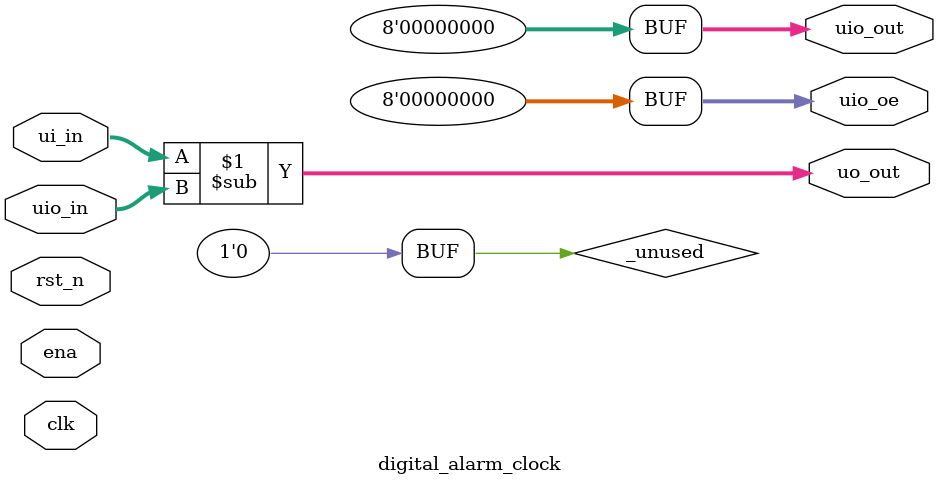
<source format=v>
/*
 * Copyright (c) 2024 Your Name
 * SPDX-License-Identifier: Apache-2.0
 */

`default_nettype none

module digital_alarm_clock (
    input  wire [7:0] ui_in,    // Dedicated inputs
    output wire [7:0] uo_out,   // Dedicated outputs
    input  wire [7:0] uio_in,   // IOs: Input path
    output wire [7:0] uio_out,  // IOs: Output path
    output wire [7:0] uio_oe,   // IOs: Enable path (active high: 0=input, 1=output)
    input  wire       ena,      // always 1 when the design is powered, so you can ignore it
    input  wire       clk,      // clock
    input  wire       rst_n     // reset_n - low to reset
);

  // All output pins must be assigned. If not used, assign to 0.
  assign uo_out  = ui_in - uio_in;  // Example: ou_out is the sum of ui_in and uio_in
  assign uio_out = 0;
  assign uio_oe  = 0;

  // List all unused inputs to prevent warnings
  wire _unused = &{ena, clk, rst_n, 1'b0};

endmodule

</source>
